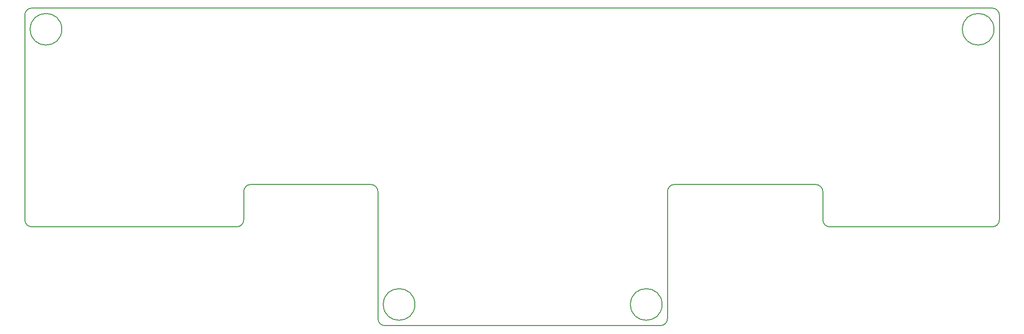
<source format=gbr>
G04 #@! TF.FileFunction,Profile,NP*
%FSLAX46Y46*%
G04 Gerber Fmt 4.6, Leading zero omitted, Abs format (unit mm)*
G04 Created by KiCad (PCBNEW 4.0.4-stable) date 12/22/17 17:35:49*
%MOMM*%
%LPD*%
G01*
G04 APERTURE LIST*
%ADD10C,0.100000*%
%ADD11C,0.150000*%
G04 APERTURE END LIST*
D10*
D11*
X173019806Y-90170000D02*
G75*
G03X173019806Y-90170000I-2839806J0D01*
G01*
X128569806Y-90170000D02*
G75*
G03X128569806Y-90170000I-2839806J0D01*
G01*
X232709806Y-40640000D02*
G75*
G03X232709806Y-40640000I-2839806J0D01*
G01*
X65069806Y-40640000D02*
G75*
G03X65069806Y-40640000I-2839806J0D01*
G01*
X121920000Y-92710000D02*
G75*
G03X123190000Y-93980000I1270000J0D01*
G01*
X172720000Y-93980000D02*
G75*
G03X173990000Y-92710000I0J1270000D01*
G01*
X175260000Y-68580000D02*
G75*
G03X173990000Y-69850000I0J-1270000D01*
G01*
X121920000Y-69850000D02*
G75*
G03X120650000Y-68580000I-1270000J0D01*
G01*
X99060000Y-68580000D02*
X120650000Y-68580000D01*
X175260000Y-68580000D02*
X200660000Y-68580000D01*
X173990000Y-92710000D02*
X173990000Y-69850000D01*
X123190000Y-93980000D02*
X172720000Y-93980000D01*
X121920000Y-69850000D02*
X121920000Y-92710000D01*
X233680000Y-38100000D02*
G75*
G03X232410000Y-36830000I-1270000J0D01*
G01*
X232410000Y-76200000D02*
G75*
G03X233680000Y-74930000I0J1270000D01*
G01*
X201930000Y-74930000D02*
G75*
G03X203200000Y-76200000I1270000J0D01*
G01*
X201930000Y-69850000D02*
G75*
G03X200660000Y-68580000I-1270000J0D01*
G01*
X59690000Y-36830000D02*
G75*
G03X58420000Y-38100000I0J-1270000D01*
G01*
X93980000Y-36830000D02*
X59690000Y-36830000D01*
X58420000Y-69850000D02*
X58420000Y-38100000D01*
X232410000Y-36830000D02*
X207010000Y-36830000D01*
X233680000Y-69850000D02*
X233680000Y-38100000D01*
X233680000Y-74930000D02*
X233680000Y-69850000D01*
X203200000Y-76200000D02*
X232410000Y-76200000D01*
X201930000Y-69850000D02*
X201930000Y-74930000D01*
X99060000Y-68580000D02*
G75*
G03X97790000Y-69850000I0J-1270000D01*
G01*
X96520000Y-76200000D02*
G75*
G03X97790000Y-74930000I0J1270000D01*
G01*
X58420000Y-74930000D02*
G75*
G03X59690000Y-76200000I1270000J0D01*
G01*
X97790000Y-74930000D02*
X97790000Y-69850000D01*
X59690000Y-76200000D02*
X96520000Y-76200000D01*
X58420000Y-69850000D02*
X58420000Y-74930000D01*
X93980000Y-36830000D02*
X207010000Y-36830000D01*
M02*

</source>
